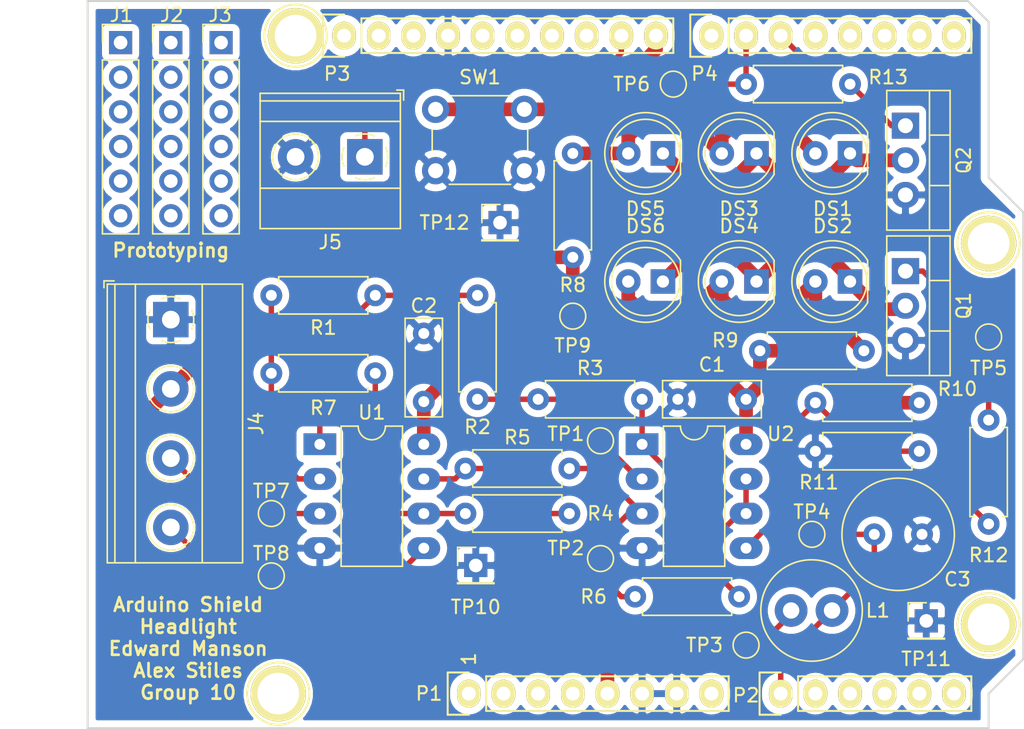
<source format=kicad_pcb>
(kicad_pcb (version 20171130) (host pcbnew 5.1.10-1.fc34)
  (title_block (title "Arduino Shield HeadLight") (date 2021-08-23) (rev A) (company "Edward Manson & Alex Stiles") (comment 1 "(75953196) & (18120890)"))
  (layers (0 F.Cu signal) (31 B.Cu signal) (35 F.Paste user) (37 F.SilkS user) (38 B.Mask user) (39 F.Mask user) (44 Edge.Cuts user))
  (net 0 "")
  (net 1 GND)
  (net 2 +5V)
  (net 3 AMP_OUT)
  (net 4 "Net-(J1-Pad6)")
  (net 5 "Net-(J1-Pad5)")
  (net 6 "Net-(J1-Pad4)")
  (net 7 "Net-(J1-Pad3)")
  (net 8 "Net-(J1-Pad2)")
  (net 9 "Net-(J1-Pad1)")
  (net 10 "Net-(J2-Pad6)")
  (net 11 "Net-(J2-Pad5)")
  (net 12 "Net-(J2-Pad4)")
  (net 13 "Net-(J2-Pad3)")
  (net 14 "Net-(J2-Pad2)")
  (net 15 "Net-(J2-Pad1)")
  (net 16 "Net-(J3-Pad6)")
  (net 17 "Net-(J3-Pad5)")
  (net 18 "Net-(J3-Pad4)")
  (net 19 "Net-(J3-Pad3)")
  (net 20 "Net-(J3-Pad2)")
  (net 21 "Net-(J3-Pad1)")
  (net 22 -INPUT)
  (net 23 +INPUT)
  (net 24 "Net-(P1-Pad1)")
  (net 25 /IOREF)
  (net 26 /Reset)
  (net 27 +3V3)
  (net 28 /Vin)
  (net 29 /A1)
  (net 30 /A2)
  (net 31 /A3)
  (net 32 "/A4(SDA)")
  (net 33 "/A5(SCL)")
  (net 34 "Net-(P3-Pad1)")
  (net 35 "Net-(P3-Pad2)")
  (net 36 /AREF)
  (net 37 "/13(SCK)")
  (net 38 "/12(MISO)")
  (net 39 "/11(MOSI)")
  (net 40 "/10(**/SS)")
  (net 41 /7)
  (net 42 /4)
  (net 43 "/3(**)")
  (net 44 /2)
  (net 45 "/1(Tx)")
  (net 46 "/0(Rx)")
  (net 47 "Net-(P5-Pad1)")
  (net 48 "Net-(P6-Pad1)")
  (net 49 "Net-(P7-Pad1)")
  (net 50 "Net-(P8-Pad1)")
  (net 51 "Net-(R1-Pad2)")
  (net 52 "Net-(R1-Pad1)")
  (net 53 "Net-(R2-Pad1)")
  (net 54 "Net-(R4-Pad1)")
  (net 55 "Net-(R4-Pad2)")
  (net 56 "Net-(R5-Pad2)")
  (net 57 "Net-(DS1-Pad2)")
  (net 58 "Net-(DS2-Pad2)")
  (net 59 LED_2)
  (net 60 LED_1)
  (net 61 "Net-(DS1-Pad1)")
  (net 62 "Net-(DS2-Pad1)")
  (net 63 +2V5)
  (net 64 EXTRA_O)
  (net 65 "Net-(L1-Pad1)")
  (net 66 "Net-(R10-Pad2)")
  (net 67 Button)
  (net 68 "Net-(Q1-Pad1)")
  (net 69 "Net-(Q2-Pad1)")
  (module Resistor_THT:R_Axial_DIN0207_L6.3mm_D2.5mm_P7.62mm_Horizontal (layer F.Cu) (at 166.878 79.121 180)
    (fp_text reference R13 (at -2.794 0.508) (layer F.SilkS))
    (fp_text value 100R)
    (pad 1 thru_hole circle (at 0 0 180) (size 1.6 1.6) (drill 0.8) (layers *.Cu *.Mask) (net 69 "Net-(Q2-Pad1)"))
    (pad 2 thru_hole oval (at 7.62 0 180) (size 1.6 1.6) (drill 0.8) (layers *.Cu *.Mask) (net 59 LED_2))
  )
  (module Resistor_THT:R_Axial_DIN0207_L6.3mm_D2.5mm_P7.62mm_Horizontal (layer F.Cu) (at 177.038 103.759 270)
    (fp_text reference R12 (at 9.906 0 180) (layer F.SilkS))
    (fp_text value 100R)
    (pad 2 thru_hole oval (at 7.62 0 270) (size 1.6 1.6) (drill 0.8) (layers *.Cu *.Mask) (net 68 "Net-(Q1-Pad1)"))
    (pad 1 thru_hole circle (at 0 0 270) (size 1.6 1.6) (drill 0.8) (layers *.Cu *.Mask) (net 60 LED_1))
  )
  (module LED_THT:LED_D5.0mm (layer F.Cu) (at 160.02 93.599 180)
    (fp_text reference DS4 (at 1.27 4.064) (layer F.SilkS))
    (fp_text value C512A)
    (pad 2 thru_hole circle (at 2.54 0 180) (size 1.8 1.8) (drill 0.9) (layers *.Cu *.Mask) (net 58 "Net-(DS2-Pad2)"))
    (pad 1 thru_hole rect (at 0 0 180) (size 1.8 1.8) (drill 0.9) (layers *.Cu *.Mask) (net 62 "Net-(DS2-Pad1)"))
  )
  (module LED_THT:LED_D5.0mm (layer F.Cu) (at 166.878 84.201 180)
    (fp_text reference DS1 (at 1.27 -4.064) (layer F.SilkS))
    (fp_text value C512A)
    (pad 2 thru_hole circle (at 2.54 0 180) (size 1.8 1.8) (drill 0.9) (layers *.Cu *.Mask) (net 57 "Net-(DS1-Pad2)"))
    (pad 1 thru_hole rect (at 0 0 180) (size 1.8 1.8) (drill 0.9) (layers *.Cu *.Mask) (net 61 "Net-(DS1-Pad1)"))
  )
  (module Capacitor_THT:C_Radial_D8.0mm_H11.5mm_P3.50mm (layer F.Cu) (at 168.656 112.141)
    (fp_text reference C3 (at 6.096 3.302) (layer F.SilkS))
    (fp_text value 470u)
    (pad 2 thru_hole circle (at 3.5 0) (size 1.6 1.6) (drill 0.8) (layers *.Cu *.Mask) (net 1 GND))
    (pad 1 thru_hole circle (at 0 0) (size 1.6 1.6) (drill 0.8) (layers *.Cu *.Mask) (net 3 AMP_OUT))
  )
  (module Package_TO_SOT_THT:TO-220-3_Vertical (layer F.Cu) (at 170.942 92.837 270)
    (fp_text reference Q1 (at 2.54 -4.27 90) (layer F.SilkS))
    (fp_text value IRF740)
    (pad 3 thru_hole oval (at 5.08 0 270) (size 1.905 2) (drill 1.1) (layers *.Cu *.Mask) (net 1 GND))
    (pad 2 thru_hole oval (at 2.54 0 270) (size 1.905 2) (drill 1.1) (layers *.Cu *.Mask) (net 62 "Net-(DS2-Pad1)"))
    (pad 1 thru_hole rect (at 0 0 270) (size 1.905 2) (drill 1.1) (layers *.Cu *.Mask) (net 68 "Net-(Q1-Pad1)"))
  )
  (module Connector_PinHeader_2.54mm:PinHeader_1x01_P2.54mm_Vertical (layer F.Cu) (at 141.224 89.281)
    (fp_text reference TP12 (at -4.064 0) (layer F.SilkS))
    (fp_text value TestPoint)
    (pad 1 thru_hole rect (at 0 0) (size 1.7 1.7) (drill 1) (layers *.Cu *.Mask) (net 1 GND))
  )
  (module Connector_PinHeader_2.54mm:PinHeader_1x01_P2.54mm_Vertical (layer F.Cu) (at 172.466 118.491)
    (fp_text reference TP11 (at 0 2.794) (layer F.SilkS))
    (fp_text value TestPoint)
    (pad 1 thru_hole rect (at 0 0) (size 1.7 1.7) (drill 1) (layers *.Cu *.Mask) (net 1 GND))
  )
  (module Connector_PinHeader_2.54mm:PinHeader_1x01_P2.54mm_Vertical (layer F.Cu) (at 139.446 114.427)
    (fp_text reference TP10 (at 0 3.048) (layer F.SilkS))
    (fp_text value TestPoint)
    (pad 1 thru_hole rect (at 0 0) (size 1.7 1.7) (drill 1) (layers *.Cu *.Mask) (net 1 GND))
  )
  (module TestPoint:TestPoint_Pad_D1.5mm (layer F.Cu) (at 146.558 96.139)
    (fp_text reference TP9 (at 0 2.159) (layer F.SilkS))
    (fp_text value TestPoint)
    (pad 1 smd circle (at 0 0) (size 1.5 1.5) (layers F.Cu F.Mask) (net 2 +5V))
  )
  (module Package_DIP:DIP-8_W7.62mm_LongPads (layer F.Cu) (at 128.016 105.537)
    (fp_text reference U1 (at 3.81 -2.33) (layer F.SilkS))
    (fp_text value UC_TLV272)
    (pad 8 thru_hole oval (at 7.62 0) (size 2.4 1.6) (drill 0.8) (layers *.Cu *.Mask) (net 2 +5V))
    (pad 4 thru_hole oval (at 0 7.62) (size 2.4 1.6) (drill 0.8) (layers *.Cu *.Mask) (net 1 GND))
    (pad 7 thru_hole oval (at 7.62 2.54) (size 2.4 1.6) (drill 0.8) (layers *.Cu *.Mask) (net 55 "Net-(R4-Pad2)"))
    (pad 3 thru_hole oval (at 0 5.08) (size 2.4 1.6) (drill 0.8) (layers *.Cu *.Mask) (net 22 -INPUT))
    (pad 6 thru_hole oval (at 7.62 5.08) (size 2.4 1.6) (drill 0.8) (layers *.Cu *.Mask) (net 54 "Net-(R4-Pad1)"))
    (pad 2 thru_hole oval (at 0 2.54) (size 2.4 1.6) (drill 0.8) (layers *.Cu *.Mask) (net 51 "Net-(R1-Pad2)"))
    (pad 5 thru_hole oval (at 7.62 7.62) (size 2.4 1.6) (drill 0.8) (layers *.Cu *.Mask) (net 23 +INPUT))
    (pad 1 thru_hole rect (at 0 0) (size 2.4 1.6) (drill 0.8) (layers *.Cu *.Mask) (net 52 "Net-(R1-Pad1)"))
  )
  (module TestPoint:TestPoint_Pad_D1.5mm (layer F.Cu) (at 124.46 115.189)
    (fp_text reference TP8 (at 0 -1.648) (layer F.SilkS))
    (fp_text value TestPoint)
    (pad 1 smd circle (at 0 0) (size 1.5 1.5) (layers F.Cu F.Mask) (net 23 +INPUT))
  )
  (module TestPoint:TestPoint_Pad_D1.5mm (layer F.Cu) (at 124.46 110.617)
    (fp_text reference TP7 (at 0 -1.648) (layer F.SilkS))
    (fp_text value TestPoint)
    (pad 1 smd circle (at 0 0) (size 1.5 1.5) (layers F.Cu F.Mask) (net 22 -INPUT))
  )
  (module TestPoint:TestPoint_Pad_D1.5mm (layer F.Cu) (at 153.924 79.121)
    (fp_text reference TP6 (at -3.048 0) (layer F.SilkS))
    (fp_text value TestPoint)
    (pad 1 smd circle (at 0 0) (size 1.5 1.5) (layers F.Cu F.Mask) (net 59 LED_2))
  )
  (module TestPoint:TestPoint_Pad_D1.5mm (layer F.Cu) (at 177.038 97.663)
    (fp_text reference TP5 (at 0 2.286) (layer F.SilkS))
    (fp_text value TestPoint)
    (pad 1 smd circle (at 0 0) (size 1.5 1.5) (layers F.Cu F.Mask) (net 60 LED_1))
  )
  (module TestPoint:TestPoint_Pad_D1.5mm (layer F.Cu) (at 164.084 112.141)
    (fp_text reference TP4 (at 0 -1.648) (layer F.SilkS))
    (fp_text value TestPoint)
    (pad 1 smd circle (at 0 0) (size 1.5 1.5) (layers F.Cu F.Mask) (net 3 AMP_OUT))
  )
  (module TestPoint:TestPoint_Pad_D1.5mm (layer F.Cu) (at 159.258 120.269)
    (fp_text reference TP3 (at -3.048 0) (layer F.SilkS))
    (fp_text value TestPoint)
    (pad 1 smd circle (at 0 0) (size 1.5 1.5) (layers F.Cu F.Mask) (net 65 "Net-(L1-Pad1)"))
  )
  (module TestPoint:TestPoint_Pad_D1.5mm (layer F.Cu) (at 148.59 113.919)
    (fp_text reference TP2 (at -2.54 -0.762) (layer F.SilkS))
    (fp_text value TestPoint)
    (pad 1 smd circle (at 0 0) (size 1.5 1.5) (layers F.Cu F.Mask) (net 56 "Net-(R5-Pad2)"))
  )
  (module TestPoint:TestPoint_Pad_D1.5mm (layer F.Cu) (at 148.59 105.283)
    (fp_text reference TP1 (at -2.54 -0.508) (layer F.SilkS))
    (fp_text value TestPoint)
    (pad 1 smd circle (at 0 0) (size 1.5 1.5) (layers F.Cu F.Mask) (net 53 "Net-(R2-Pad1)"))
  )
  (module Button_Switch_THT:SW_PUSH_6mm (layer F.Cu) (at 143.002 85.471 180)
    (fp_text reference SW1 (at 3.25 6.858) (layer F.SilkS))
    (fp_text value SW_SPST)
    (pad 1 thru_hole circle (at 6.5 0 270) (size 2 2) (drill 1.1) (layers *.Cu *.Mask) (net 1 GND))
    (pad 2 thru_hole circle (at 6.5 4.5 270) (size 2 2) (drill 1.1) (layers *.Cu *.Mask) (net 67 Button))
    (pad 1 thru_hole circle (at 0 0 270) (size 2 2) (drill 1.1) (layers *.Cu *.Mask) (net 1 GND))
    (pad 2 thru_hole circle (at 0 4.5 270) (size 2 2) (drill 1.1) (layers *.Cu *.Mask) (net 67 Button))
  )
  (module Inductor_THT:L_Radial_D7.2mm_P3.00mm_MuRATA_1700 (layer F.Cu) (at 162.56 117.729)
    (fp_text reference L1 (at 6.35 0) (layer F.SilkS))
    (fp_text value 22u)
    (pad 2 thru_hole circle (at 3 0) (size 2.4 2.4) (drill 1.2) (layers *.Cu *.Mask) (net 3 AMP_OUT))
    (pad 1 thru_hole circle (at 0 0) (size 2.4 2.4) (drill 1.2) (layers *.Cu *.Mask) (net 65 "Net-(L1-Pad1)"))
  )
  (module TerminalBlock_Phoenix:TerminalBlock_Phoenix_MKDS-1,5-2-5.08_1x02_P5.08mm_Horizontal (layer F.Cu) (at 131.318 84.455 180)
    (fp_text reference J5 (at 2.54 -6.26) (layer F.SilkS))
    (fp_text value Screw_Terminal_01x02)
    (pad 2 thru_hole circle (at 5.08 0 180) (size 2.6 2.6) (drill 1.3) (layers *.Cu *.Mask) (net 1 GND))
    (pad 1 thru_hole rect (at 0 0 180) (size 2.6 2.6) (drill 1.3) (layers *.Cu *.Mask) (net 64 EXTRA_O))
  )
  (module Resistor_THT:R_Axial_DIN0207_L6.3mm_D2.5mm_P7.62mm_Horizontal (layer F.Cu) (at 171.958 106.045 180)
    (fp_text reference R11 (at 7.366 -2.286) (layer F.SilkS))
    (fp_text value 1M)
    (pad 2 thru_hole oval (at 7.62 0 180) (size 1.6 1.6) (drill 0.8) (layers *.Cu *.Mask) (net 1 GND))
    (pad 1 thru_hole circle (at 0 0 180) (size 1.6 1.6) (drill 0.8) (layers *.Cu *.Mask) (net 66 "Net-(R10-Pad2)"))
  )
  (module Resistor_THT:R_Axial_DIN0207_L6.3mm_D2.5mm_P7.62mm_Horizontal (layer F.Cu) (at 171.958 102.489 180)
    (fp_text reference R10 (at -2.794 1.016) (layer F.SilkS))
    (fp_text value 1M)
    (pad 2 thru_hole oval (at 7.62 0 180) (size 1.6 1.6) (drill 0.8) (layers *.Cu *.Mask) (net 66 "Net-(R10-Pad2)"))
    (pad 1 thru_hole circle (at 0 0 180) (size 1.6 1.6) (drill 0.8) (layers *.Cu *.Mask) (net 2 +5V))
  )
  (module Package_DIP:DIP-8_W7.62mm_LongPads (layer F.Cu) (at 151.638 105.537)
    (fp_text reference U2 (at 10.16 -0.762) (layer F.SilkS))
    (fp_text value UC_TLV272)
    (pad 8 thru_hole oval (at 7.62 0) (size 2.4 1.6) (drill 0.8) (layers *.Cu *.Mask) (net 2 +5V))
    (pad 4 thru_hole oval (at 0 7.62) (size 2.4 1.6) (drill 0.8) (layers *.Cu *.Mask) (net 1 GND))
    (pad 7 thru_hole oval (at 7.62 2.54) (size 2.4 1.6) (drill 0.8) (layers *.Cu *.Mask) (net 63 +2V5))
    (pad 3 thru_hole oval (at 0 5.08) (size 2.4 1.6) (drill 0.8) (layers *.Cu *.Mask) (net 56 "Net-(R5-Pad2)"))
    (pad 6 thru_hole oval (at 7.62 5.08) (size 2.4 1.6) (drill 0.8) (layers *.Cu *.Mask) (net 63 +2V5))
    (pad 2 thru_hole oval (at 0 2.54) (size 2.4 1.6) (drill 0.8) (layers *.Cu *.Mask) (net 53 "Net-(R2-Pad1)"))
    (pad 5 thru_hole oval (at 7.62 7.62) (size 2.4 1.6) (drill 0.8) (layers *.Cu *.Mask) (net 66 "Net-(R10-Pad2)"))
    (pad 1 thru_hole rect (at 0 0) (size 2.4 1.6) (drill 0.8) (layers *.Cu *.Mask) (net 65 "Net-(L1-Pad1)"))
  )
  (module Package_TO_SOT_THT:TO-220-3_Vertical (layer F.Cu) (at 170.942 82.169 270)
    (fp_text reference Q2 (at 2.54 -4.27 90) (layer F.SilkS))
    (fp_text value IRF740)
    (pad 3 thru_hole oval (at 5.08 0 270) (size 1.905 2) (drill 1.1) (layers *.Cu *.Mask) (net 1 GND))
    (pad 2 thru_hole oval (at 2.54 0 270) (size 1.905 2) (drill 1.1) (layers *.Cu *.Mask) (net 61 "Net-(DS1-Pad1)"))
    (pad 1 thru_hole rect (at 0 0 270) (size 1.905 2) (drill 1.1) (layers *.Cu *.Mask) (net 69 "Net-(Q2-Pad1)"))
  )
  (module Capacitor_THT:C_Rect_L7.0mm_W2.5mm_P5.00mm (layer F.Cu) (at 159.258 102.235 180)
    (fp_text reference C1 (at 2.5 2.54) (layer F.SilkS))
    (fp_text value 100n)
    (pad 2 thru_hole circle (at 5 0 180) (size 1.6 1.6) (drill 0.8) (layers *.Cu *.Mask) (net 1 GND))
    (pad 1 thru_hole circle (at 0 0 180) (size 1.6 1.6) (drill 0.8) (layers *.Cu *.Mask) (net 2 +5V))
  )
  (module Resistor_THT:R_Axial_DIN0207_L6.3mm_D2.5mm_P7.62mm_Horizontal (layer F.Cu) (at 160.274 98.679)
    (fp_text reference R9 (at -2.54 -0.762) (layer F.SilkS))
    (fp_text value 22R)
    (pad 2 thru_hole oval (at 7.62 0) (size 1.6 1.6) (drill 0.8) (layers *.Cu *.Mask) (net 58 "Net-(DS2-Pad2)"))
    (pad 1 thru_hole circle (at 0 0) (size 1.6 1.6) (drill 0.8) (layers *.Cu *.Mask) (net 2 +5V))
  )
  (module Resistor_THT:R_Axial_DIN0207_L6.3mm_D2.5mm_P7.62mm_Horizontal (layer F.Cu) (at 146.558 91.821 90)
    (fp_text reference R8 (at -2.032 0) (layer F.SilkS))
    (fp_text value 22R)
    (pad 2 thru_hole oval (at 7.62 0 90) (size 1.6 1.6) (drill 0.8) (layers *.Cu *.Mask) (net 57 "Net-(DS1-Pad2)"))
    (pad 1 thru_hole circle (at 0 0 90) (size 1.6 1.6) (drill 0.8) (layers *.Cu *.Mask) (net 2 +5V))
  )
  (module LED_THT:LED_D5.0mm (layer F.Cu) (at 153.162 93.599 180)
    (fp_text reference DS6 (at 1.27 4.064) (layer F.SilkS))
    (fp_text value C512A)
    (pad 2 thru_hole circle (at 2.54 0 180) (size 1.8 1.8) (drill 0.9) (layers *.Cu *.Mask) (net 58 "Net-(DS2-Pad2)"))
    (pad 1 thru_hole rect (at 0 0 180) (size 1.8 1.8) (drill 0.9) (layers *.Cu *.Mask) (net 62 "Net-(DS2-Pad1)"))
  )
  (module LED_THT:LED_D5.0mm (layer F.Cu) (at 153.162 84.201 180)
    (fp_text reference DS5 (at 1.27 -4.064) (layer F.SilkS))
    (fp_text value C512A)
    (pad 2 thru_hole circle (at 2.54 0 180) (size 1.8 1.8) (drill 0.9) (layers *.Cu *.Mask) (net 57 "Net-(DS1-Pad2)"))
    (pad 1 thru_hole rect (at 0 0 180) (size 1.8 1.8) (drill 0.9) (layers *.Cu *.Mask) (net 61 "Net-(DS1-Pad1)"))
  )
  (module LED_THT:LED_D5.0mm (layer F.Cu) (at 160.02 84.201 180)
    (fp_text reference DS3 (at 1.27 -4.064) (layer F.SilkS))
    (fp_text value C512A)
    (pad 2 thru_hole circle (at 2.54 0 180) (size 1.8 1.8) (drill 0.9) (layers *.Cu *.Mask) (net 57 "Net-(DS1-Pad2)"))
    (pad 1 thru_hole rect (at 0 0 180) (size 1.8 1.8) (drill 0.9) (layers *.Cu *.Mask) (net 61 "Net-(DS1-Pad1)"))
  )
  (module LED_THT:LED_D5.0mm (layer F.Cu) (at 166.878 93.599 180)
    (fp_text reference DS2 (at 1.27 4.064) (layer F.SilkS))
    (fp_text value C512A)
    (pad 2 thru_hole circle (at 2.54 0 180) (size 1.8 1.8) (drill 0.9) (layers *.Cu *.Mask) (net 58 "Net-(DS2-Pad2)"))
    (pad 1 thru_hole rect (at 0 0 180) (size 1.8 1.8) (drill 0.9) (layers *.Cu *.Mask) (net 62 "Net-(DS2-Pad1)"))
  )
  (module Resistor_THT:R_Axial_DIN0207_L6.3mm_D2.5mm_P7.62mm_Horizontal (layer F.Cu) (at 139.573 102.235 90)
    (fp_text reference R2 (at -2.032 0) (layer F.SilkS))
    (fp_text value 10k)
    (pad 2 thru_hole oval (at 7.62 0 90) (size 1.6 1.6) (drill 0.8) (layers *.Cu *.Mask) (net 52 "Net-(R1-Pad1)"))
    (pad 1 thru_hole circle (at 0 0 90) (size 1.6 1.6) (drill 0.8) (layers *.Cu *.Mask) (net 53 "Net-(R2-Pad1)"))
  )
  (module Connector_PinHeader_2.54mm:PinHeader_1x06_P2.54mm_Vertical (layer F.Cu) (at 120.777 76.073)
    (fp_text reference J3 (at -0.0635 -2.032) (layer F.SilkS))
    (fp_text value M3)
    (pad 6 thru_hole oval (at 0 12.7) (size 1.7 1.7) (drill 1) (layers *.Cu *.Mask) (net 16 "Net-(J3-Pad6)"))
    (pad 5 thru_hole oval (at 0 10.16) (size 1.7 1.7) (drill 1) (layers *.Cu *.Mask) (net 17 "Net-(J3-Pad5)"))
    (pad 4 thru_hole oval (at 0 7.62) (size 1.7 1.7) (drill 1) (layers *.Cu *.Mask) (net 18 "Net-(J3-Pad4)"))
    (pad 3 thru_hole oval (at 0 5.08) (size 1.7 1.7) (drill 1) (layers *.Cu *.Mask) (net 19 "Net-(J3-Pad3)"))
    (pad 2 thru_hole oval (at 0 2.54) (size 1.7 1.7) (drill 1) (layers *.Cu *.Mask) (net 20 "Net-(J3-Pad2)"))
    (pad 1 thru_hole rect (at 0 0) (size 1.7 1.7) (drill 1) (layers *.Cu *.Mask) (net 21 "Net-(J3-Pad1)"))
  )
  (module Connector_PinHeader_2.54mm:PinHeader_1x06_P2.54mm_Vertical (layer F.Cu) (at 117.094 76.073)
    (fp_text reference J2 (at 0.0635 -2.032) (layer F.SilkS))
    (fp_text value M3)
    (pad 6 thru_hole oval (at 0 12.7) (size 1.7 1.7) (drill 1) (layers *.Cu *.Mask) (net 10 "Net-(J2-Pad6)"))
    (pad 5 thru_hole oval (at 0 10.16) (size 1.7 1.7) (drill 1) (layers *.Cu *.Mask) (net 11 "Net-(J2-Pad5)"))
    (pad 4 thru_hole oval (at 0 7.62) (size 1.7 1.7) (drill 1) (layers *.Cu *.Mask) (net 12 "Net-(J2-Pad4)"))
    (pad 3 thru_hole oval (at 0 5.08) (size 1.7 1.7) (drill 1) (layers *.Cu *.Mask) (net 13 "Net-(J2-Pad3)"))
    (pad 2 thru_hole oval (at 0 2.54) (size 1.7 1.7) (drill 1) (layers *.Cu *.Mask) (net 14 "Net-(J2-Pad2)"))
    (pad 1 thru_hole rect (at 0 0) (size 1.7 1.7) (drill 1) (layers *.Cu *.Mask) (net 15 "Net-(J2-Pad1)"))
  )
  (module Connector_PinHeader_2.54mm:PinHeader_1x06_P2.54mm_Vertical (layer F.Cu) (at 113.411 76.073)
    (fp_text reference J1 (at 0.0635 -2.032) (layer F.SilkS))
    (fp_text value M3)
    (pad 6 thru_hole oval (at 0 12.7) (size 1.7 1.7) (drill 1) (layers *.Cu *.Mask) (net 4 "Net-(J1-Pad6)"))
    (pad 5 thru_hole oval (at 0 10.16) (size 1.7 1.7) (drill 1) (layers *.Cu *.Mask) (net 5 "Net-(J1-Pad5)"))
    (pad 4 thru_hole oval (at 0 7.62) (size 1.7 1.7) (drill 1) (layers *.Cu *.Mask) (net 6 "Net-(J1-Pad4)"))
    (pad 3 thru_hole oval (at 0 5.08) (size 1.7 1.7) (drill 1) (layers *.Cu *.Mask) (net 7 "Net-(J1-Pad3)"))
    (pad 2 thru_hole oval (at 0 2.54) (size 1.7 1.7) (drill 1) (layers *.Cu *.Mask) (net 8 "Net-(J1-Pad2)"))
    (pad 1 thru_hole rect (at 0 0) (size 1.7 1.7) (drill 1) (layers *.Cu *.Mask) (net 9 "Net-(J1-Pad1)"))
  )
  (module Capacitor_THT:C_Rect_L7.0mm_W2.5mm_P5.00mm (layer F.Cu) (at 135.636 97.409 270)
    (fp_text reference C2 (at -2.032 0 180) (layer F.SilkS))
    (fp_text value 100n)
    (pad 2 thru_hole circle (at 5 0 270) (size 1.6 1.6) (drill 0.8) (layers *.Cu *.Mask) (net 2 +5V))
    (pad 1 thru_hole circle (at 0 0 270) (size 1.6 1.6) (drill 0.8) (layers *.Cu *.Mask) (net 1 GND))
  )
  (module TerminalBlock_Phoenix:TerminalBlock_Phoenix_MKDS-1,5-4-5.08_1x04_P5.08mm_Horizontal (layer F.Cu) (at 117.094 96.393 270)
    (fp_text reference J4 (at 7.62 -6.26 90) (layer F.SilkS))
    (fp_text value Screw_Terminal_01x04)
    (pad 4 thru_hole circle (at 15.24 0 270) (size 2.6 2.6) (drill 1.3) (layers *.Cu *.Mask) (net 23 +INPUT))
    (pad 3 thru_hole circle (at 10.16 0 270) (size 2.6 2.6) (drill 1.3) (layers *.Cu *.Mask) (net 22 -INPUT))
    (pad 2 thru_hole circle (at 5.08 0 270) (size 2.6 2.6) (drill 1.3) (layers *.Cu *.Mask) (net 2 +5V))
    (pad 1 thru_hole rect (at 0 0 270) (size 2.6 2.6) (drill 1.3) (layers *.Cu *.Mask) (net 1 GND))
  )
  (module Resistor_THT:R_Axial_DIN0207_L6.3mm_D2.5mm_P7.62mm_Horizontal (layer F.Cu) (at 132.08 94.615 180)
    (fp_text reference R1 (at 3.81 -2.37) (layer F.SilkS))
    (fp_text value 10k)
    (pad 2 thru_hole oval (at 7.62 0 180) (size 1.6 1.6) (drill 0.8) (layers *.Cu *.Mask) (net 51 "Net-(R1-Pad2)"))
    (pad 1 thru_hole circle (at 0 0 180) (size 1.6 1.6) (drill 0.8) (layers *.Cu *.Mask) (net 52 "Net-(R1-Pad1)"))
  )
  (module Resistor_THT:R_Axial_DIN0207_L6.3mm_D2.5mm_P7.62mm_Horizontal (layer F.Cu) (at 151.638 102.235 180)
    (fp_text reference R3 (at 3.81 2.286) (layer F.SilkS))
    (fp_text value 10k)
    (pad 2 thru_hole oval (at 7.62 0 180) (size 1.6 1.6) (drill 0.8) (layers *.Cu *.Mask) (net 53 "Net-(R2-Pad1)"))
    (pad 1 thru_hole circle (at 0 0 180) (size 1.6 1.6) (drill 0.8) (layers *.Cu *.Mask) (net 65 "Net-(L1-Pad1)"))
  )
  (module Resistor_THT:R_Axial_DIN0207_L6.3mm_D2.5mm_P7.62mm_Horizontal (layer F.Cu) (at 138.684 110.617)
    (fp_text reference R4 (at 9.906 0) (layer F.SilkS))
    (fp_text value 10k)
    (pad 2 thru_hole oval (at 7.62 0) (size 1.6 1.6) (drill 0.8) (layers *.Cu *.Mask) (net 55 "Net-(R4-Pad2)"))
    (pad 1 thru_hole circle (at 0 0) (size 1.6 1.6) (drill 0.8) (layers *.Cu *.Mask) (net 54 "Net-(R4-Pad1)"))
  )
  (module Resistor_THT:R_Axial_DIN0207_L6.3mm_D2.5mm_P7.62mm_Horizontal (layer F.Cu) (at 138.684 107.315)
    (fp_text reference R5 (at 3.81 -2.286) (layer F.SilkS))
    (fp_text value 10k)
    (pad 2 thru_hole oval (at 7.62 0) (size 1.6 1.6) (drill 0.8) (layers *.Cu *.Mask) (net 56 "Net-(R5-Pad2)"))
    (pad 1 thru_hole circle (at 0 0) (size 1.6 1.6) (drill 0.8) (layers *.Cu *.Mask) (net 55 "Net-(R4-Pad2)"))
  )
  (module Resistor_THT:R_Axial_DIN0207_L6.3mm_D2.5mm_P7.62mm_Horizontal (layer F.Cu) (at 151.13 116.713)
    (fp_text reference R6 (at -3.048 0) (layer F.SilkS))
    (fp_text value 10k)
    (pad 2 thru_hole oval (at 7.62 0) (size 1.6 1.6) (drill 0.8) (layers *.Cu *.Mask) (net 63 +2V5))
    (pad 1 thru_hole circle (at 0 0) (size 1.6 1.6) (drill 0.8) (layers *.Cu *.Mask) (net 56 "Net-(R5-Pad2)"))
  )
  (module Resistor_THT:R_Axial_DIN0207_L6.3mm_D2.5mm_P7.62mm_Horizontal (layer F.Cu) (at 124.46 100.33)
    (fp_text reference R7 (at 3.81 2.54) (layer F.SilkS))
    (fp_text value 33R)
    (pad 2 thru_hole oval (at 7.62 0) (size 1.6 1.6) (drill 0.8) (layers *.Cu *.Mask) (net 54 "Net-(R4-Pad1)"))
    (pad 1 thru_hole circle (at 0 0) (size 1.6 1.6) (drill 0.8) (layers *.Cu *.Mask) (net 51 "Net-(R1-Pad2)"))
  )
  (module Socket_Arduino_Uno:Socket_Strip_Arduino_1x08 (layer F.Cu) (at 138.938 123.825)
    (fp_text reference P1 (at -2.921 0) (layer F.SilkS))
    (fp_text value Power)
    (pad 1 thru_hole oval (at 0 0) (size 1.7272 2.032) (drill 1.016) (layers *.Cu *.Mask F.SilkS) (net 24 "Net-(P1-Pad1)"))
    (pad 2 thru_hole oval (at 2.54 0) (size 1.7272 2.032) (drill 1.016) (layers *.Cu *.Mask F.SilkS) (net 25 /IOREF))
    (pad 3 thru_hole oval (at 5.08 0) (size 1.7272 2.032) (drill 1.016) (layers *.Cu *.Mask F.SilkS) (net 26 /Reset))
    (pad 4 thru_hole oval (at 7.62 0) (size 1.7272 2.032) (drill 1.016) (layers *.Cu *.Mask F.SilkS) (net 27 +3V3))
    (pad 5 thru_hole oval (at 10.16 0) (size 1.7272 2.032) (drill 1.016) (layers *.Cu *.Mask F.SilkS) (net 2 +5V))
    (pad 6 thru_hole oval (at 12.7 0) (size 1.7272 2.032) (drill 1.016) (layers *.Cu *.Mask F.SilkS) (net 1 GND))
    (pad 7 thru_hole oval (at 15.24 0) (size 1.7272 2.032) (drill 1.016) (layers *.Cu *.Mask F.SilkS) (net 1 GND))
    (pad 8 thru_hole oval (at 17.78 0) (size 1.7272 2.032) (drill 1.016) (layers *.Cu *.Mask F.SilkS) (net 28 /Vin))
  )
  (module Socket_Arduino_Uno:Socket_Strip_Arduino_1x06 (layer F.Cu) (at 161.798 123.825)
    (fp_text reference P2 (at -2.54 0.127) (layer F.SilkS))
    (fp_text value Analog)
    (pad 1 thru_hole oval (at 0 0) (size 1.7272 2.032) (drill 1.016) (layers *.Cu *.Mask F.SilkS) (net 3 AMP_OUT))
    (pad 2 thru_hole oval (at 2.54 0) (size 1.7272 2.032) (drill 1.016) (layers *.Cu *.Mask F.SilkS) (net 29 /A1))
    (pad 3 thru_hole oval (at 5.08 0) (size 1.7272 2.032) (drill 1.016) (layers *.Cu *.Mask F.SilkS) (net 30 /A2))
    (pad 4 thru_hole oval (at 7.62 0) (size 1.7272 2.032) (drill 1.016) (layers *.Cu *.Mask F.SilkS) (net 31 /A3))
    (pad 5 thru_hole oval (at 10.16 0) (size 1.7272 2.032) (drill 1.016) (layers *.Cu *.Mask F.SilkS) (net 32 "/A4(SDA)"))
    (pad 6 thru_hole oval (at 12.7 0) (size 1.7272 2.032) (drill 1.016) (layers *.Cu *.Mask F.SilkS) (net 33 "/A5(SCL)"))
  )
  (module Socket_Arduino_Uno:Socket_Strip_Arduino_1x10 (layer F.Cu) (at 129.794 75.565)
    (fp_text reference P3 (at -0.508 2.794) (layer F.SilkS))
    (fp_text value Digital)
    (pad 1 thru_hole oval (at 0 0) (size 1.7272 2.032) (drill 1.016) (layers *.Cu *.Mask F.SilkS) (net 34 "Net-(P3-Pad1)"))
    (pad 2 thru_hole oval (at 2.54 0) (size 1.7272 2.032) (drill 1.016) (layers *.Cu *.Mask F.SilkS) (net 35 "Net-(P3-Pad2)"))
    (pad 3 thru_hole oval (at 5.08 0) (size 1.7272 2.032) (drill 1.016) (layers *.Cu *.Mask F.SilkS) (net 36 /AREF))
    (pad 4 thru_hole oval (at 7.62 0) (size 1.7272 2.032) (drill 1.016) (layers *.Cu *.Mask F.SilkS) (net 1 GND))
    (pad 5 thru_hole oval (at 10.16 0) (size 1.7272 2.032) (drill 1.016) (layers *.Cu *.Mask F.SilkS) (net 37 "/13(SCK)"))
    (pad 6 thru_hole oval (at 12.7 0) (size 1.7272 2.032) (drill 1.016) (layers *.Cu *.Mask F.SilkS) (net 38 "/12(MISO)"))
    (pad 7 thru_hole oval (at 15.24 0) (size 1.7272 2.032) (drill 1.016) (layers *.Cu *.Mask F.SilkS) (net 39 "/11(MOSI)"))
    (pad 8 thru_hole oval (at 17.78 0) (size 1.7272 2.032) (drill 1.016) (layers *.Cu *.Mask F.SilkS) (net 40 "/10(**/SS)"))
    (pad 9 thru_hole oval (at 20.32 0) (size 1.7272 2.032) (drill 1.016) (layers *.Cu *.Mask F.SilkS) (net 64 EXTRA_O))
    (pad 10 thru_hole oval (at 22.86 0) (size 1.7272 2.032) (drill 1.016) (layers *.Cu *.Mask F.SilkS) (net 67 Button))
  )
  (module Socket_Arduino_Uno:Socket_Strip_Arduino_1x08 (layer F.Cu) (at 156.718 75.565)
    (fp_text reference P4 (at -0.508 2.794) (layer F.SilkS))
    (fp_text value Digital)
    (pad 1 thru_hole oval (at 0 0) (size 1.7272 2.032) (drill 1.016) (layers *.Cu *.Mask F.SilkS) (net 41 /7))
    (pad 2 thru_hole oval (at 2.54 0) (size 1.7272 2.032) (drill 1.016) (layers *.Cu *.Mask F.SilkS) (net 59 LED_2))
    (pad 3 thru_hole oval (at 5.08 0) (size 1.7272 2.032) (drill 1.016) (layers *.Cu *.Mask F.SilkS) (net 60 LED_1))
    (pad 4 thru_hole oval (at 7.62 0) (size 1.7272 2.032) (drill 1.016) (layers *.Cu *.Mask F.SilkS) (net 42 /4))
    (pad 5 thru_hole oval (at 10.16 0) (size 1.7272 2.032) (drill 1.016) (layers *.Cu *.Mask F.SilkS) (net 43 "/3(**)"))
    (pad 6 thru_hole oval (at 12.7 0) (size 1.7272 2.032) (drill 1.016) (layers *.Cu *.Mask F.SilkS) (net 44 /2))
    (pad 7 thru_hole oval (at 15.24 0) (size 1.7272 2.032) (drill 1.016) (layers *.Cu *.Mask F.SilkS) (net 45 "/1(Tx)"))
    (pad 8 thru_hole oval (at 17.78 0) (size 1.7272 2.032) (drill 1.016) (layers *.Cu *.Mask F.SilkS) (net 46 "/0(Rx)"))
  )
  (module Socket_Arduino_Uno:Arduino_1pin (layer F.Cu) (at 124.968 123.825)
    (fp_text reference P5 hide)
    (fp_text value CONN_01X01 hide)
    (pad 1 thru_hole circle (at 0 0) (size 4.064 4.064) (drill 3.048) (layers *.Cu *.Mask F.SilkS) (net 47 "Net-(P5-Pad1)"))
  )
  (module Socket_Arduino_Uno:Arduino_1pin (layer F.Cu) (at 177.038 118.745)
    (fp_text reference P6 hide)
    (fp_text value CONN_01X01 hide)
    (pad 1 thru_hole circle (at 0 0) (size 4.064 4.064) (drill 3.048) (layers *.Cu *.Mask F.SilkS) (net 48 "Net-(P6-Pad1)"))
  )
  (module Socket_Arduino_Uno:Arduino_1pin (layer F.Cu) (at 126.238 75.565)
    (fp_text reference P7 hide)
    (fp_text value CONN_01X01 hide)
    (pad 1 thru_hole circle (at 0 0) (size 4.064 4.064) (drill 3.048) (layers *.Cu *.Mask F.SilkS) (net 49 "Net-(P7-Pad1)"))
  )
  (module Socket_Arduino_Uno:Arduino_1pin (layer F.Cu) (at 177.038 90.805)
    (fp_text reference P8 hide)
    (fp_text value CONN_01X01 hide)
    (pad 1 thru_hole circle (at 0 0) (size 4.064 4.064) (drill 3.048) (layers *.Cu *.Mask F.SilkS) (net 50 "Net-(P8-Pad1)"))
  )
  (gr_text Prototyping (at 117.094 91.313) (layer F.SilkS) (effects (font (size 1 1) (thickness 0.2))))
  (gr_text "Arduino Shield\nHeadlight\nEdward Manson\nAlex Stiles\nGroup 10" (at 118.364 120.523) (layer F.SilkS) (effects (font (size 1 1) (thickness 0.2))))
  (gr_text 1 (at 138.938 121.285 90) (layer F.SilkS) (effects (font (size 1 1))))
  (gr_line (start 177.038 74.549) (end 175.514 73.025) (angle 90) (layer Edge.Cuts) (width 0.15))
  (gr_line (start 177.038 85.979) (end 177.038 74.549) (angle 90) (layer Edge.Cuts) (width 0.15))
  (gr_line (start 179.578 88.519) (end 177.038 85.979) (angle 90) (layer Edge.Cuts) (width 0.15))
  (gr_line (start 179.578 121.285) (end 179.578 88.519) (angle 90) (layer Edge.Cuts) (width 0.15))
  (gr_line (start 177.038 123.825) (end 179.578 121.285) (angle 90) (layer Edge.Cuts) (width 0.15))
  (gr_line (start 177.038 126.365) (end 177.038 123.825) (angle 90) (layer Edge.Cuts) (width 0.15))
  (gr_line (start 110.998 126.365) (end 177.038 126.365) (angle 90) (layer Edge.Cuts) (width 0.15))
  (gr_line (start 110.998 73.025) (end 110.998 126.365) (angle 90) (layer Edge.Cuts) (width 0.15))
  (gr_line (start 175.514 73.025) (end 110.998 73.025) (angle 90) (layer Edge.Cuts) (width 0.15))
  (segment (start 159.258 105.537) (end 159.766 105.537) (width 1) (layer F.Cu) (net 2))
  (segment (start 159.258 102.235) (end 159.258 105.537) (width 1) (layer F.Cu) (net 2))
  (segment (start 158.852402 105.537) (end 159.258 105.537) (width 1) (layer F.Cu) (net 2))
  (segment (start 135.636 102.409) (end 135.636 105.537) (width 1) (layer F.Cu) (net 2))
  (segment (start 117.602 101.473) (end 117.094 101.473) (width 1) (layer F.Cu) (net 2))
  (segment (start 149.098 123.577058) (end 149.098 123.825) (width 1) (layer F.Cu) (net 2))
  (segment (start 159.663598 105.537) (end 159.258 105.537) (width 1) (layer F.Cu) (net 2))
  (segment (start 149.098 123.825) (end 149.098 123.317) (width 1) (layer F.Cu) (net 2))
  (segment (start 149.098 123.825) (end 148.844 123.825) (width 1) (layer F.Cu) (net 2))
  (segment (start 138.604 99.441) (end 135.636 102.409) (width 1) (layer F.Cu) (net 2))
  (segment (start 143.256 99.441) (end 138.604 99.441) (width 1) (layer F.Cu) (net 2))
  (segment (start 146.558 96.139) (end 143.256 99.441) (width 1) (layer F.Cu) (net 2))
  (segment (start 159.258 102.235) (end 156.464 99.441) (width 1) (layer F.Cu) (net 2))
  (segment (start 146.558 96.139) (end 149.86 99.441) (width 1) (layer F.Cu) (net 2))
  (segment (start 156.464 99.441) (end 149.86 99.441) (width 1) (layer F.Cu) (net 2))
  (segment (start 145.272 117.983) (end 149.098 121.809) (width 1) (layer F.Cu) (net 2))
  (segment (start 118.11 117.983) (end 145.272 117.983) (width 1) (layer F.Cu) (net 2))
  (segment (start 114.046 113.919) (end 118.11 117.983) (width 1) (layer F.Cu) (net 2))
  (segment (start 114.046 104.521) (end 114.046 113.919) (width 1) (layer F.Cu) (net 2))
  (segment (start 149.098 121.809) (end 149.098 123.825) (width 1) (layer F.Cu) (net 2))
  (segment (start 117.094 101.473) (end 114.046 104.521) (width 1) (layer F.Cu) (net 2))
  (segment (start 160.274 101.219) (end 159.258 102.235) (width 1) (layer F.Cu) (net 2))
  (segment (start 160.274 101.219) (end 160.274 98.679) (width 1) (layer F.Cu) (net 2))
  (segment (start 160.274 98.679) (end 164.084 98.679) (width 1) (layer F.Cu) (net 2))
  (segment (start 167.894 102.489) (end 171.958 102.489) (width 1) (layer F.Cu) (net 2))
  (segment (start 164.084 98.679) (end 167.894 102.489) (width 1) (layer F.Cu) (net 2))
  (segment (start 121.158 97.409) (end 117.094 101.473) (width 1) (layer F.Cu) (net 2))
  (segment (start 121.158 94.107) (end 121.158 97.409) (width 1) (layer F.Cu) (net 2))
  (segment (start 123.444 91.821) (end 121.158 94.107) (width 1) (layer F.Cu) (net 2))
  (segment (start 146.558 91.821) (end 123.444 91.821) (width 1) (layer F.Cu) (net 2))
  (segment (start 146.558 91.821) (end 146.558 96.139) (width 1) (layer F.Cu) (net 2))
  (segment (start 161.798 123.063) (end 161.798 123.825) (width 0.4) (layer F.Cu) (net 3))
  (segment (start 161.798 123.70963) (end 161.798 123.825) (width 0.4) (layer F.Cu) (net 3))
  (segment (start 168.656 112.141) (end 164.084 112.141) (width 0.4) (layer F.Cu) (net 3))
  (segment (start 168.656 114.633) (end 165.56 117.729) (width 0.4) (layer F.Cu) (net 3))
  (segment (start 168.656 112.141) (end 168.656 114.633) (width 0.4) (layer F.Cu) (net 3))
  (segment (start 165.56 117.729) (end 161.798 121.491) (width 0.4) (layer F.Cu) (net 3))
  (segment (start 161.798 121.491) (end 161.798 123.825) (width 0.4) (layer F.Cu) (net 3))
  (segment (start 121.158 110.617) (end 117.094 106.553) (width 0.4) (layer F.Cu) (net 22))
  (segment (start 128.016 110.617) (end 124.46 110.617) (width 0.4) (layer F.Cu) (net 22))
  (segment (start 124.46 110.617) (end 121.158 110.617) (width 0.4) (layer F.Cu) (net 22))
  (segment (start 133.604 115.189) (end 135.636 113.157) (width 0.4) (layer F.Cu) (net 23))
  (segment (start 124.46 115.189) (end 133.604 115.189) (width 0.4) (layer F.Cu) (net 23))
  (segment (start 120.65 115.189) (end 117.094 111.633) (width 0.4) (layer F.Cu) (net 23))
  (segment (start 124.46 115.189) (end 120.65 115.189) (width 0.4) (layer F.Cu) (net 23))
  (segment (start 126.416 108.077) (end 124.46 106.121) (width 0.4) (layer F.Cu) (net 51))
  (segment (start 128.016 108.077) (end 126.416 108.077) (width 0.4) (layer F.Cu) (net 51))
  (segment (start 124.46 100.33) (end 124.46 106.121) (width 0.4) (layer F.Cu) (net 51))
  (segment (start 124.46 94.615) (end 124.46 100.33) (width 0.4) (layer F.Cu) (net 51))
  (segment (start 128.016 98.679) (end 128.016 105.537) (width 0.4) (layer F.Cu) (net 52))
  (segment (start 132.08 94.615) (end 128.016 98.679) (width 0.4) (layer F.Cu) (net 52))
  (segment (start 139.573 94.615) (end 132.08 94.615) (width 0.4) (layer F.Cu) (net 52))
  (segment (start 151.238 108.077) (end 151.638 108.077) (width 0.4) (layer F.Cu) (net 53))
  (segment (start 151.277998 108.077) (end 151.638 108.077) (width 0.4) (layer F.Cu) (net 53))
  (segment (start 139.573 102.235) (end 144.018 102.235) (width 0.4) (layer F.Cu) (net 53))
  (segment (start 151.384 108.077) (end 148.59 105.283) (width 0.4) (layer F.Cu) (net 53))
  (segment (start 151.638 108.077) (end 151.384 108.077) (width 0.4) (layer F.Cu) (net 53))
  (segment (start 145.542 102.235) (end 148.59 105.283) (width 0.4) (layer F.Cu) (net 53))
  (segment (start 144.018 102.235) (end 145.542 102.235) (width 0.4) (layer F.Cu) (net 53))
  (segment (start 138.684 110.617) (end 135.636 110.617) (width 0.4) (layer F.Cu) (net 54))
  (segment (start 135.636 110.617) (end 133.604 110.617) (width 0.4) (layer F.Cu) (net 54))
  (segment (start 132.08 109.093) (end 132.08 106.553) (width 0.4) (layer F.Cu) (net 54))
  (segment (start 133.604 110.617) (end 132.08 109.093) (width 0.4) (layer F.Cu) (net 54))
  (segment (start 132.08 106.553) (end 132.08 107.061) (width 0.4) (layer F.Cu) (net 54))
  (segment (start 132.08 100.33) (end 132.08 106.553) (width 0.4) (layer F.Cu) (net 54))
  (segment (start 144.145 110.617) (end 146.304 110.617) (width 0.4) (layer F.Cu) (net 55))
  (segment (start 140.843 107.315) (end 144.145 110.617) (width 0.4) (layer F.Cu) (net 55))
  (segment (start 138.684 107.315) (end 140.843 107.315) (width 0.4) (layer F.Cu) (net 55))
  (segment (start 137.922 108.077) (end 138.684 107.315) (width 0.4) (layer F.Cu) (net 55))
  (segment (start 135.636 108.077) (end 137.922 108.077) (width 0.4) (layer F.Cu) (net 55))
  (segment (start 146.304 107.315) (end 148.336 107.315) (width 0.4) (layer F.Cu) (net 56))
  (segment (start 148.336 107.315) (end 151.638 110.617) (width 0.4) (layer F.Cu) (net 56))
  (segment (start 148.59 113.919) (end 148.59 112.649) (width 0.4) (layer F.Cu) (net 56))
  (segment (start 150.640666 110.617) (end 151.638 110.617) (width 0.4) (layer F.Cu) (net 56))
  (segment (start 148.608666 112.649) (end 150.640666 110.617) (width 0.4) (layer F.Cu) (net 56))
  (segment (start 148.59 112.649) (end 148.608666 112.649) (width 0.4) (layer F.Cu) (net 56))
  (segment (start 148.59 113.919) (end 148.59 115.189) (width 0.4) (layer F.Cu) (net 56))
  (segment (start 148.59 115.189) (end 150.114 116.713) (width 0.4) (layer F.Cu) (net 56))
  (segment (start 150.114 116.713) (end 151.13 116.713) (width 0.4) (layer F.Cu) (net 56))
  (segment (start 146.558 84.201) (end 150.622 84.201) (width 1) (layer F.Cu) (net 57))
  (segment (start 150.622 82.928208) (end 151.635208 81.915) (width 1) (layer F.Cu) (net 57))
  (segment (start 150.622 84.201) (end 150.622 82.928208) (width 1) (layer F.Cu) (net 57))
  (segment (start 155.194 81.915) (end 157.48 84.201) (width 1) (layer F.Cu) (net 57))
  (segment (start 151.635208 81.915) (end 155.194 81.915) (width 1) (layer F.Cu) (net 57))
  (segment (start 157.48 84.201) (end 157.48 82.928208) (width 1) (layer F.Cu) (net 57))
  (segment (start 157.482792 82.928208) (end 158.496 81.915) (width 1) (layer F.Cu) (net 57))
  (segment (start 158.496 81.915) (end 162.054792 81.915) (width 1) (layer F.Cu) (net 57))
  (segment (start 162.052 81.915) (end 164.338 84.201) (width 1) (layer F.Cu) (net 57))
  (segment (start 150.622 94.871792) (end 151.635208 95.885) (width 1) (layer F.Cu) (net 58))
  (segment (start 150.622 93.599) (end 150.622 94.871792) (width 1) (layer F.Cu) (net 58))
  (segment (start 155.194 95.885) (end 157.48 93.599) (width 1) (layer F.Cu) (net 58))
  (segment (start 151.635208 95.885) (end 155.194 95.885) (width 1) (layer F.Cu) (net 58))
  (segment (start 162.052 95.885) (end 164.338 93.599) (width 1) (layer F.Cu) (net 58))
  (segment (start 158.493208 95.885) (end 162.052 95.885) (width 1) (layer F.Cu) (net 58))
  (segment (start 157.48 94.871792) (end 158.493208 95.885) (width 1) (layer F.Cu) (net 58))
  (segment (start 157.48 93.599) (end 157.48 94.871792) (width 1) (layer F.Cu) (net 58))
  (segment (start 164.338 95.123) (end 164.338 93.599) (width 1) (layer F.Cu) (net 58))
  (segment (start 167.894 98.679) (end 164.338 95.123) (width 1) (layer F.Cu) (net 58))
  (segment (start 159.258 75.812942) (end 159.258 75.565) (width 1) (layer F.Cu) (net 59))
  (segment (start 159.258 79.121) (end 159.258 75.565) (width 0.4) (layer F.Cu) (net 59))
  (segment (start 159.258 79.121) (end 153.924 79.121) (width 0.4) (layer F.Cu) (net 59))
  (segment (start 161.798 75.565) (end 161.798 75.819) (width 1) (layer F.Cu) (net 60))
  (segment (start 161.798 75.812942) (end 161.798 75.565) (width 1) (layer F.Cu) (net 60))
  (segment (start 163.576 77.343) (end 161.798 75.565) (width 0.4) (layer F.Cu) (net 60))
  (segment (start 170.942 77.343) (end 163.576 77.343) (width 0.4) (layer F.Cu) (net 60))
  (segment (start 173.99 80.391) (end 170.942 77.343) (width 0.4) (layer F.Cu) (net 60))
  (segment (start 177.038 97.663) (end 177.038 103.759) (width 0.4) (layer F.Cu) (net 60))
  (segment (start 177.038 97.663) (end 177.038 95.631) (width 0.4) (layer F.Cu) (net 60))
  (segment (start 173.99 92.583) (end 173.99 80.391) (width 0.4) (layer F.Cu) (net 60))
  (segment (start 177.038 95.631) (end 173.99 92.583) (width 0.4) (layer F.Cu) (net 60))
  (segment (start 166.878 84.201) (end 166.878 84.473002) (width 1) (layer F.Cu) (net 61))
  (segment (start 162.306 86.487) (end 160.02 84.201) (width 1) (layer F.Cu) (net 61))
  (segment (start 164.846 86.487) (end 162.287998 86.487) (width 1) (layer F.Cu) (net 61))
  (segment (start 157.988 86.487) (end 155.429998 86.487) (width 1) (layer F.Cu) (net 61))
  (segment (start 155.448 86.487) (end 153.162 84.201) (width 1) (layer F.Cu) (net 61))
  (segment (start 166.878 84.455) (end 164.846 86.487) (width 1) (layer F.Cu) (net 61))
  (segment (start 160.02 84.455) (end 157.988 86.487) (width 1) (layer F.Cu) (net 61))
  (segment (start 160.02 84.201) (end 160.02 84.455) (width 1) (layer F.Cu) (net 61))
  (segment (start 167.386 84.709) (end 166.878 84.201) (width 1) (layer F.Cu) (net 61))
  (segment (start 170.942 84.709) (end 167.386 84.709) (width 1) (layer F.Cu) (net 61))
  (segment (start 168.91 95.631) (end 166.878 93.599) (width 1) (layer F.Cu) (net 62))
  (segment (start 170.942 95.631) (end 168.91 95.631) (width 1) (layer F.Cu) (net 62))
  (segment (start 166.878 93.326998) (end 164.864002 91.313) (width 1) (layer F.Cu) (net 62))
  (segment (start 166.878 93.599) (end 166.878 93.326998) (width 1) (layer F.Cu) (net 62))
  (segment (start 164.864002 91.313) (end 162.306 91.313) (width 1) (layer F.Cu) (net 62))
  (segment (start 155.448 91.313) (end 153.162 93.599) (width 1) (layer F.Cu) (net 62))
  (segment (start 158.006002 91.313) (end 155.448 91.313) (width 1) (layer F.Cu) (net 62))
  (segment (start 162.306 91.313) (end 160.02 93.599) (width 1) (layer F.Cu) (net 62))
  (segment (start 160.02 93.326998) (end 158.006002 91.313) (width 1) (layer F.Cu) (net 62))
  (segment (start 160.02 93.599) (end 160.02 93.326998) (width 1) (layer F.Cu) (net 62))
  (segment (start 159.258 110.617) (end 159.258 110.918509) (width 0.4) (layer F.Cu) (net 63))
  (segment (start 159.258 108.077) (end 159.258 110.617) (width 0.4) (layer F.Cu) (net 63))
  (segment (start 159.258 110.617) (end 158.75 110.617) (width 0.4) (layer F.Cu) (net 63))
  (segment (start 158.75 110.617) (end 156.972 112.395) (width 0.4) (layer F.Cu) (net 63))
  (segment (start 156.972 114.935) (end 158.75 116.713) (width 0.4) (layer F.Cu) (net 63))
  (segment (start 156.972 112.395) (end 156.972 114.935) (width 0.4) (layer F.Cu) (net 63))
  (segment (start 150.114 75.565) (end 150.114 76.835) (width 0.4) (layer F.Cu) (net 64))
  (segment (start 150.114 76.835) (end 148.336 78.613) (width 0.4) (layer F.Cu) (net 64))
  (segment (start 148.336 78.613) (end 133.604 78.613) (width 0.4) (layer F.Cu) (net 64))
  (segment (start 131.318 80.899) (end 131.318 84.455) (width 0.4) (layer F.Cu) (net 64))
  (segment (start 133.604 78.613) (end 131.318 80.899) (width 0.4) (layer F.Cu) (net 64))
  (segment (start 151.638 102.235) (end 151.638 105.537) (width 0.4) (layer F.Cu) (net 65))
  (segment (start 155.194 109.093) (end 151.638 105.537) (width 0.4) (layer F.Cu) (net 65))
  (segment (start 155.448 109.347) (end 155.194 109.093) (width 0.4) (layer F.Cu) (net 65))
  (segment (start 158.242 120.269) (end 155.448 117.475) (width 0.4) (layer F.Cu) (net 65))
  (segment (start 155.448 117.475) (end 155.448 109.347) (width 0.4) (layer F.Cu) (net 65))
  (segment (start 159.258 120.269) (end 158.242 120.269) (width 0.4) (layer F.Cu) (net 65))
  (segment (start 162.56 117.983) (end 162.862 117.983) (width 0.4) (layer F.Cu) (net 65))
  (segment (start 159.258 120.269) (end 160.274 120.269) (width 0.4) (layer F.Cu) (net 65))
  (segment (start 160.274 120.269) (end 161.798 118.745) (width 0.4) (layer F.Cu) (net 65))
  (segment (start 162.56 117.983) (end 162.56 117.729) (width 0.4) (layer F.Cu) (net 65))
  (segment (start 161.798 118.745) (end 162.56 117.983) (width 0.4) (layer F.Cu) (net 65))
  (segment (start 167.894 106.045) (end 164.338 102.489) (width 0.4) (layer F.Cu) (net 66))
  (segment (start 171.958 106.045) (end 167.894 106.045) (width 0.4) (layer F.Cu) (net 66))
  (segment (start 162.052 110.363) (end 159.258 113.157) (width 0.4) (layer F.Cu) (net 66))
  (segment (start 162.052 104.775) (end 162.052 110.363) (width 0.4) (layer F.Cu) (net 66))
  (segment (start 164.338 102.489) (end 162.052 104.775) (width 0.4) (layer F.Cu) (net 66))
  (segment (start 136.502 80.971) (end 143.002 80.971) (width 1) (layer F.Cu) (net 67))
  (segment (start 152.654 75.565) (end 152.654 76.581) (width 1) (layer F.Cu) (net 67))
  (segment (start 148.264 80.971) (end 143.002 80.971) (width 1) (layer F.Cu) (net 67))
  (segment (start 152.654 76.581) (end 148.264 80.971) (width 1) (layer F.Cu) (net 67))
  (segment (start 177.038 111.379) (end 174.498 108.839) (width 0.4) (layer F.Cu) (net 68))
  (segment (start 170.942 92.837) (end 172.212 92.837) (width 0.4) (layer F.Cu) (net 68))
  (segment (start 174.498 95.123) (end 174.498 96.647) (width 0.4) (layer F.Cu) (net 68))
  (segment (start 172.212 92.837) (end 174.498 95.123) (width 0.4) (layer F.Cu) (net 68))
  (segment (start 174.498 96.647) (end 174.498 96.393) (width 0.4) (layer F.Cu) (net 68))
  (segment (start 174.498 108.839) (end 174.498 96.647) (width 0.4) (layer F.Cu) (net 68))
  (segment (start 169.926 82.169) (end 166.878 79.121) (width 0.4) (layer F.Cu) (net 69))
  (segment (start 170.942 82.169) (end 169.926 82.169) (width 0.4) (layer F.Cu) (net 69))
  (zone (net 1) (net_name GND) (layer B.Cu) (connect_pads (clearance 0.508)) (min_thickness 0.254) (fill yes (arc_segments 32) (thermal_gap 0.508) (thermal_bridge_width 0.508))
    (polygon (pts (xy 176.53 74.549) (xy 176.53 86.233) (xy 179.07 88.773) (xy 179.07 121.285) (xy 176.53 123.825) (xy 176.53 125.857) (xy 111.506 125.857) (xy 111.506 73.533) (xy 175.514 73.533)))
  )
)
</source>
